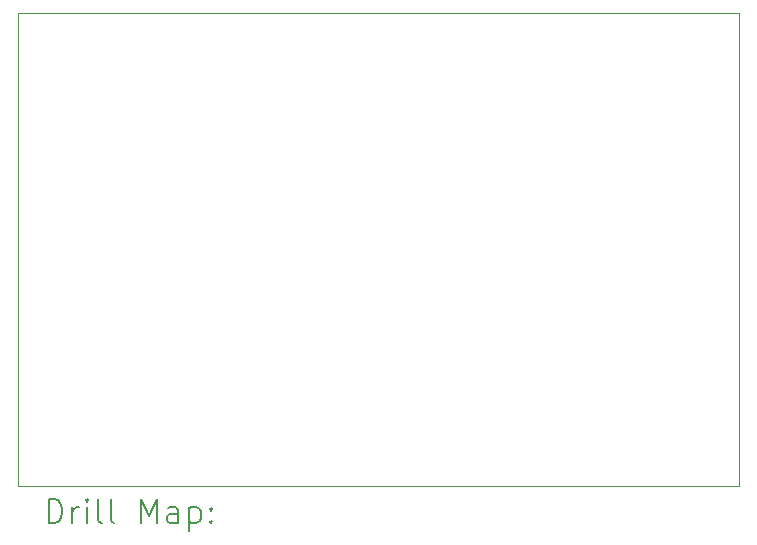
<source format=gbr>
%TF.GenerationSoftware,KiCad,Pcbnew,8.0.1-1.fc39*%
%TF.CreationDate,2024-04-14T17:27:18+03:00*%
%TF.ProjectId,Regulator_PCB_VerA_rev0.1,52656775-6c61-4746-9f72-5f5043425f56,0.1*%
%TF.SameCoordinates,Original*%
%TF.FileFunction,Drillmap*%
%TF.FilePolarity,Positive*%
%FSLAX45Y45*%
G04 Gerber Fmt 4.5, Leading zero omitted, Abs format (unit mm)*
G04 Created by KiCad (PCBNEW 8.0.1-1.fc39) date 2024-04-14 17:27:18*
%MOMM*%
%LPD*%
G01*
G04 APERTURE LIST*
%ADD10C,0.050000*%
%ADD11C,0.200000*%
G04 APERTURE END LIST*
D10*
X10000000Y-10000000D02*
X16100000Y-10000000D01*
X16100000Y-14000000D01*
X10000000Y-14000000D01*
X10000000Y-10000000D01*
D11*
X10258277Y-14313984D02*
X10258277Y-14113984D01*
X10258277Y-14113984D02*
X10305896Y-14113984D01*
X10305896Y-14113984D02*
X10334467Y-14123508D01*
X10334467Y-14123508D02*
X10353515Y-14142555D01*
X10353515Y-14142555D02*
X10363039Y-14161603D01*
X10363039Y-14161603D02*
X10372563Y-14199698D01*
X10372563Y-14199698D02*
X10372563Y-14228269D01*
X10372563Y-14228269D02*
X10363039Y-14266365D01*
X10363039Y-14266365D02*
X10353515Y-14285412D01*
X10353515Y-14285412D02*
X10334467Y-14304460D01*
X10334467Y-14304460D02*
X10305896Y-14313984D01*
X10305896Y-14313984D02*
X10258277Y-14313984D01*
X10458277Y-14313984D02*
X10458277Y-14180650D01*
X10458277Y-14218746D02*
X10467801Y-14199698D01*
X10467801Y-14199698D02*
X10477324Y-14190174D01*
X10477324Y-14190174D02*
X10496372Y-14180650D01*
X10496372Y-14180650D02*
X10515420Y-14180650D01*
X10582086Y-14313984D02*
X10582086Y-14180650D01*
X10582086Y-14113984D02*
X10572563Y-14123508D01*
X10572563Y-14123508D02*
X10582086Y-14133031D01*
X10582086Y-14133031D02*
X10591610Y-14123508D01*
X10591610Y-14123508D02*
X10582086Y-14113984D01*
X10582086Y-14113984D02*
X10582086Y-14133031D01*
X10705896Y-14313984D02*
X10686848Y-14304460D01*
X10686848Y-14304460D02*
X10677324Y-14285412D01*
X10677324Y-14285412D02*
X10677324Y-14113984D01*
X10810658Y-14313984D02*
X10791610Y-14304460D01*
X10791610Y-14304460D02*
X10782086Y-14285412D01*
X10782086Y-14285412D02*
X10782086Y-14113984D01*
X11039229Y-14313984D02*
X11039229Y-14113984D01*
X11039229Y-14113984D02*
X11105896Y-14256841D01*
X11105896Y-14256841D02*
X11172563Y-14113984D01*
X11172563Y-14113984D02*
X11172563Y-14313984D01*
X11353515Y-14313984D02*
X11353515Y-14209222D01*
X11353515Y-14209222D02*
X11343991Y-14190174D01*
X11343991Y-14190174D02*
X11324943Y-14180650D01*
X11324943Y-14180650D02*
X11286848Y-14180650D01*
X11286848Y-14180650D02*
X11267801Y-14190174D01*
X11353515Y-14304460D02*
X11334467Y-14313984D01*
X11334467Y-14313984D02*
X11286848Y-14313984D01*
X11286848Y-14313984D02*
X11267801Y-14304460D01*
X11267801Y-14304460D02*
X11258277Y-14285412D01*
X11258277Y-14285412D02*
X11258277Y-14266365D01*
X11258277Y-14266365D02*
X11267801Y-14247317D01*
X11267801Y-14247317D02*
X11286848Y-14237793D01*
X11286848Y-14237793D02*
X11334467Y-14237793D01*
X11334467Y-14237793D02*
X11353515Y-14228269D01*
X11448753Y-14180650D02*
X11448753Y-14380650D01*
X11448753Y-14190174D02*
X11467801Y-14180650D01*
X11467801Y-14180650D02*
X11505896Y-14180650D01*
X11505896Y-14180650D02*
X11524943Y-14190174D01*
X11524943Y-14190174D02*
X11534467Y-14199698D01*
X11534467Y-14199698D02*
X11543991Y-14218746D01*
X11543991Y-14218746D02*
X11543991Y-14275888D01*
X11543991Y-14275888D02*
X11534467Y-14294936D01*
X11534467Y-14294936D02*
X11524943Y-14304460D01*
X11524943Y-14304460D02*
X11505896Y-14313984D01*
X11505896Y-14313984D02*
X11467801Y-14313984D01*
X11467801Y-14313984D02*
X11448753Y-14304460D01*
X11629705Y-14294936D02*
X11639229Y-14304460D01*
X11639229Y-14304460D02*
X11629705Y-14313984D01*
X11629705Y-14313984D02*
X11620182Y-14304460D01*
X11620182Y-14304460D02*
X11629705Y-14294936D01*
X11629705Y-14294936D02*
X11629705Y-14313984D01*
X11629705Y-14190174D02*
X11639229Y-14199698D01*
X11639229Y-14199698D02*
X11629705Y-14209222D01*
X11629705Y-14209222D02*
X11620182Y-14199698D01*
X11620182Y-14199698D02*
X11629705Y-14190174D01*
X11629705Y-14190174D02*
X11629705Y-14209222D01*
M02*

</source>
